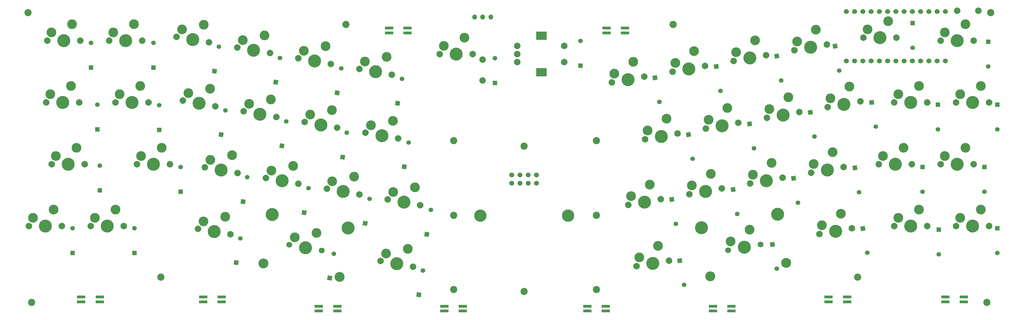
<source format=gbr>
G04 #@! TF.GenerationSoftware,KiCad,Pcbnew,(6.0.0-0)*
G04 #@! TF.CreationDate,2021-12-31T14:24:18+09:00*
G04 #@! TF.ProjectId,aliceball,616c6963-6562-4616-9c6c-2e6b69636164,rev?*
G04 #@! TF.SameCoordinates,Original*
G04 #@! TF.FileFunction,Soldermask,Top*
G04 #@! TF.FilePolarity,Negative*
%FSLAX46Y46*%
G04 Gerber Fmt 4.6, Leading zero omitted, Abs format (unit mm)*
G04 Created by KiCad (PCBNEW (6.0.0-0)) date 2021-12-31 14:24:18*
%MOMM*%
%LPD*%
G01*
G04 APERTURE LIST*
G04 Aperture macros list*
%AMRotRect*
0 Rectangle, with rotation*
0 The origin of the aperture is its center*
0 $1 length*
0 $2 width*
0 $3 Rotation angle, in degrees counterclockwise*
0 Add horizontal line*
21,1,$1,$2,0,0,$3*%
G04 Aperture macros list end*
%ADD10R,2.500000X0.820000*%
%ADD11C,3.000000*%
%ADD12C,2.000000*%
%ADD13C,4.000000*%
%ADD14C,1.800000*%
%ADD15C,3.050000*%
%ADD16R,3.200000X2.500000*%
%ADD17O,1.500000X1.500000*%
%ADD18C,2.200000*%
%ADD19R,1.397000X1.397000*%
%ADD20C,1.397000*%
%ADD21RotRect,1.397000X1.397000X280.000000*%
%ADD22RotRect,1.397000X1.397000X80.000000*%
%ADD23C,3.810000*%
%ADD24C,1.500000*%
%ADD25C,1.524000*%
G04 APERTURE END LIST*
D10*
X157155000Y-113335500D03*
X151455000Y-113335500D03*
X151455000Y-111835500D03*
X157155000Y-111835500D03*
X239832000Y-113335500D03*
X234132000Y-113335500D03*
X234132000Y-111835500D03*
X239832000Y-111835500D03*
X207066000Y-27610500D03*
X201366000Y-27610500D03*
X201366000Y-26110500D03*
X207066000Y-26110500D03*
X82860000Y-110478000D03*
X77160000Y-110478000D03*
X77160000Y-108978000D03*
X82860000Y-108978000D03*
X45331500Y-110478000D03*
X39631500Y-110478000D03*
X39631500Y-108978000D03*
X45331500Y-108978000D03*
X201160500Y-113335500D03*
X195460500Y-113335500D03*
X195460500Y-111835500D03*
X201160500Y-111835500D03*
X311384000Y-110478000D03*
X305684000Y-110478000D03*
X305684000Y-108978000D03*
X311384000Y-108978000D03*
X118483500Y-113335500D03*
X112783500Y-113335500D03*
X112783500Y-111835500D03*
X118483500Y-111835500D03*
X140124500Y-27610500D03*
X134424500Y-27610500D03*
X134424500Y-26110500D03*
X140124500Y-26110500D03*
X275455500Y-110478000D03*
X269755500Y-110478000D03*
X269755500Y-108978000D03*
X275455500Y-108978000D03*
D11*
X57785000Y-43941817D03*
D12*
X50165000Y-49021817D03*
D13*
X55245000Y-49021817D03*
D11*
X51435000Y-46481817D03*
D12*
X60325000Y-49021817D03*
D13*
X53340000Y-29971817D03*
D12*
X48260000Y-29971817D03*
X58420000Y-29971817D03*
D11*
X55880000Y-24891817D03*
X49530000Y-27431817D03*
D13*
X35623500Y-68071817D03*
D12*
X40703500Y-68071817D03*
D11*
X38163500Y-62991817D03*
D12*
X30543500Y-68071817D03*
D11*
X31813500Y-65531817D03*
D13*
X34290000Y-29971817D03*
D11*
X36830000Y-24891817D03*
X30480000Y-27431817D03*
D12*
X29210000Y-29971817D03*
X39370000Y-29971817D03*
X28829000Y-49021817D03*
D11*
X30099000Y-46481817D03*
D12*
X38989000Y-49021817D03*
D13*
X33909000Y-49021817D03*
D11*
X36449000Y-43941817D03*
D14*
X113701975Y-94683424D03*
D11*
X105388101Y-90638280D03*
D14*
X103696329Y-92919158D03*
D15*
X95764402Y-98628532D03*
D11*
X112082696Y-89239534D03*
D13*
X98410801Y-83620062D03*
X108699152Y-93801291D03*
X121849225Y-87752888D03*
D15*
X119202827Y-102761359D03*
D13*
X47625000Y-87121817D03*
D12*
X52705000Y-87121817D03*
D11*
X43815000Y-84581817D03*
X50165000Y-82041817D03*
D12*
X42545000Y-87121817D03*
X66992500Y-68071817D03*
D13*
X61912500Y-68071817D03*
D11*
X58102500Y-65531817D03*
X64452500Y-62991817D03*
D12*
X56832500Y-68071817D03*
X78975769Y-30528625D03*
D11*
X70661895Y-26483481D03*
D13*
X73972946Y-29646492D03*
D12*
X68970123Y-28764359D03*
D11*
X77356490Y-25084735D03*
D13*
X28575000Y-87121817D03*
D11*
X24765000Y-84581817D03*
X31115000Y-82041817D03*
D12*
X23495000Y-87121817D03*
X33655000Y-87121817D03*
D11*
X89422482Y-29791479D03*
D13*
X92733533Y-32954490D03*
D11*
X96117077Y-28392733D03*
D12*
X87730710Y-32072357D03*
X97736356Y-33836623D03*
X141842855Y-99645420D03*
X131837209Y-97881154D03*
D11*
X140223576Y-94201530D03*
D13*
X136840032Y-98763287D03*
D11*
X133528981Y-95600276D03*
X108183070Y-33099477D03*
D12*
X106491298Y-35380355D03*
X116496944Y-37144621D03*
D11*
X114877665Y-31700731D03*
D13*
X111494121Y-36262488D03*
D11*
X133638253Y-35008730D03*
D12*
X125251886Y-38688354D03*
X135257532Y-40452620D03*
D13*
X130254709Y-39570487D03*
D11*
X126943658Y-36407476D03*
D12*
X173856000Y-31599500D03*
X173856000Y-36599500D03*
X173856000Y-34099500D03*
D16*
X181356000Y-28499500D03*
X181356000Y-39699500D03*
D12*
X188356000Y-36599500D03*
X188356000Y-31599500D03*
D11*
X310324500Y-84581817D03*
D12*
X309054500Y-87121817D03*
X319214500Y-87121817D03*
D11*
X316674500Y-82041817D03*
D13*
X314134500Y-87121817D03*
X314134500Y-49021817D03*
D12*
X309054500Y-49021817D03*
D11*
X316674500Y-43941817D03*
X310324500Y-46481817D03*
D12*
X319214500Y-49021817D03*
D11*
X311912000Y-62991817D03*
X305562000Y-65531817D03*
D12*
X304292000Y-68071817D03*
X314452000Y-68071817D03*
D13*
X309372000Y-68071817D03*
D12*
X314452000Y-29971817D03*
D11*
X305562000Y-27431817D03*
X311912000Y-24891817D03*
D13*
X309372000Y-29971817D03*
D12*
X304292000Y-29971817D03*
D17*
X163258500Y-22719500D03*
X165758500Y-22719500D03*
X160758500Y-22719500D03*
D18*
X318516000Y-110680500D03*
D19*
X45360000Y-76110000D03*
D20*
X45360000Y-68490000D03*
D19*
X317754000Y-68961000D03*
D20*
X317754000Y-76581000D03*
D21*
X258989900Y-72447882D03*
D20*
X260313100Y-79952118D03*
D19*
X303657000Y-88201500D03*
D20*
X303657000Y-95821500D03*
D18*
X198310500Y-106680000D03*
D22*
X101446400Y-62426118D03*
D20*
X102769600Y-54921882D03*
D12*
X290004500Y-49021817D03*
D11*
X297624500Y-43941817D03*
D13*
X295084500Y-49021817D03*
D11*
X291274500Y-46481817D03*
D12*
X300164500Y-49021817D03*
D18*
X23241000Y-21336000D03*
X319659000Y-21336000D03*
D12*
X210649221Y-99541538D03*
D13*
X215652044Y-98659405D03*
D12*
X220654867Y-97777272D03*
D11*
X217271323Y-93215515D03*
X211458860Y-96819593D03*
D19*
X167068500Y-43053000D03*
D20*
X167068500Y-35433000D03*
D18*
X64198500Y-102870000D03*
D19*
X193357500Y-37719000D03*
D20*
X193357500Y-30099000D03*
D11*
X265183049Y-68002692D03*
D13*
X269376233Y-69842504D03*
D11*
X270995512Y-64398614D03*
D12*
X264373410Y-70724637D03*
X274379056Y-68960371D03*
D21*
X245464400Y-55683882D03*
D20*
X246787600Y-63188118D03*
D13*
X264261084Y-32056689D03*
D12*
X259258261Y-32938822D03*
D11*
X265880363Y-26612799D03*
D12*
X269263907Y-31174556D03*
D11*
X260067900Y-30216877D03*
D21*
X277849400Y-69209382D03*
D20*
X279172600Y-76713618D03*
D22*
X82704626Y-58963584D03*
D20*
X84027826Y-51459348D03*
D21*
X282992900Y-49016382D03*
D20*
X284316100Y-56520618D03*
D22*
X80681900Y-39375618D03*
D20*
X82005100Y-31871382D03*
D22*
X137069900Y-49281618D03*
D20*
X138393100Y-41777382D03*
D19*
X70294500Y-76581000D03*
D20*
X70294500Y-68961000D03*
D18*
X221932500Y-24955500D03*
D19*
X61912500Y-38290500D03*
D20*
X61912500Y-30670500D03*
D23*
X162522000Y-83888000D03*
X189522000Y-83888000D03*
D24*
X172212000Y-73918500D03*
X172212000Y-71378500D03*
X174752000Y-73918500D03*
X174752000Y-71378500D03*
X177292000Y-73918500D03*
X177292000Y-71378500D03*
X179832000Y-73918500D03*
X179832000Y-71378500D03*
D11*
X79301456Y-44771563D03*
X72606861Y-46170309D03*
D12*
X70915089Y-48451187D03*
D13*
X75917912Y-49333320D03*
D12*
X80920735Y-50215453D03*
X280479500Y-29019317D03*
D11*
X281749500Y-26479317D03*
D13*
X285559500Y-29019317D03*
D12*
X290639500Y-29019317D03*
D11*
X288099500Y-23939317D03*
D22*
X146023400Y-89667618D03*
D20*
X147346600Y-82163382D03*
D13*
X120261807Y-76496223D03*
D11*
X123645351Y-71934466D03*
D12*
X115258984Y-75614090D03*
X125264630Y-77378356D03*
D11*
X116950756Y-73333212D03*
D19*
X44577000Y-57340500D03*
D20*
X44577000Y-49720500D03*
D12*
X309360500Y-20764500D03*
X315860500Y-20764500D03*
D18*
X198310500Y-60769500D03*
D11*
X252234924Y-67706612D03*
D12*
X255618468Y-72268369D03*
D13*
X250615645Y-73150502D03*
D12*
X245612822Y-74032635D03*
D11*
X246422461Y-71310690D03*
X77247219Y-85676283D03*
D13*
X80558270Y-88839294D03*
D11*
X83941814Y-84277537D03*
D12*
X75555447Y-87957161D03*
X85561093Y-89721427D03*
D22*
X87349400Y-98430618D03*
D20*
X88672600Y-90926382D03*
D11*
X228359188Y-33228794D03*
X222546725Y-36832872D03*
D12*
X221737086Y-39554817D03*
X231742732Y-37790551D03*
D13*
X226739909Y-38672684D03*
D21*
X223937900Y-97784382D03*
D20*
X225261100Y-105288618D03*
D19*
X298704000Y-68961000D03*
D20*
X298704000Y-76581000D03*
D22*
X139092626Y-68869584D03*
D20*
X140415826Y-61365348D03*
D18*
X24384000Y-110680500D03*
D19*
X42672000Y-38290500D03*
D20*
X42672000Y-30670500D03*
D21*
X271753400Y-31680882D03*
D20*
X273076600Y-39185118D03*
D11*
X238608603Y-50765423D03*
D12*
X241992147Y-55327180D03*
D13*
X236989324Y-56209313D03*
D12*
X231986501Y-57091446D03*
D11*
X232796140Y-54369501D03*
D21*
X252463741Y-92783223D03*
D20*
X253786941Y-100287459D03*
D21*
X253846400Y-34728882D03*
D20*
X255169600Y-42233118D03*
D11*
X270317316Y-47753505D03*
D12*
X279513323Y-48711184D03*
D11*
X276129779Y-44149427D03*
D13*
X274510500Y-49593317D03*
D12*
X269507677Y-50475450D03*
X260752735Y-52019182D03*
D11*
X257369191Y-47457425D03*
X251556728Y-51061503D03*
D13*
X255749912Y-52901315D03*
D12*
X250747089Y-53783448D03*
D19*
X303466500Y-49720500D03*
D20*
X303466500Y-57340500D03*
D12*
X276936630Y-87853279D03*
D11*
X267740623Y-86895600D03*
X273553086Y-83291522D03*
D12*
X266930984Y-89617545D03*
D13*
X271933807Y-88735412D03*
D11*
X214713749Y-74322607D03*
D12*
X218097293Y-78884364D03*
D11*
X208901286Y-77926685D03*
D13*
X213094470Y-79766497D03*
D12*
X208091647Y-80648630D03*
D13*
X132199675Y-59257313D03*
D11*
X128888624Y-56094302D03*
X135583219Y-54695556D03*
D12*
X127196852Y-58375180D03*
X137202498Y-60139446D03*
D13*
X113439087Y-55949315D03*
D11*
X116822631Y-51387558D03*
D12*
X118441910Y-56831448D03*
X108436264Y-55067182D03*
D11*
X110128036Y-52786304D03*
D22*
X143546900Y-108336618D03*
D20*
X144870100Y-100832382D03*
D19*
X36957000Y-95440500D03*
D20*
X36957000Y-87820500D03*
D19*
X63627000Y-57531000D03*
D20*
X63627000Y-49911000D03*
D19*
X318897000Y-30289500D03*
D20*
X318897000Y-37909500D03*
D11*
X286512000Y-65531817D03*
D13*
X290322000Y-68071817D03*
D11*
X292862000Y-62991817D03*
D12*
X285242000Y-68071817D03*
X295402000Y-68071817D03*
D21*
X216317900Y-41396382D03*
D20*
X217641100Y-48900618D03*
D12*
X96498396Y-72306092D03*
X106504042Y-74070358D03*
D11*
X104884763Y-68626468D03*
D13*
X101501219Y-73188225D03*
D11*
X98190168Y-70025214D03*
D19*
X56007000Y-95440500D03*
D20*
X56007000Y-87820500D03*
D22*
X120115400Y-65855118D03*
D20*
X121438600Y-58350882D03*
D11*
X142405939Y-75242462D03*
D13*
X139022395Y-79804219D03*
D12*
X144025218Y-80686352D03*
D11*
X135711344Y-76641208D03*
D12*
X134019572Y-78922086D03*
D18*
X278701500Y-102870000D03*
D19*
X321754500Y-49720500D03*
D20*
X321754500Y-57340500D03*
D22*
X89444900Y-79571118D03*
D20*
X90768100Y-72066882D03*
D12*
X163258500Y-42302500D03*
X163258500Y-35802500D03*
D22*
X108304400Y-83000118D03*
D20*
X109627600Y-75495882D03*
D18*
X176022000Y-62484000D03*
X198310500Y-83820000D03*
D19*
X321754500Y-87820500D03*
D20*
X321754500Y-95440500D03*
D22*
X99541400Y-42804618D03*
D20*
X100864600Y-35300382D03*
D13*
X207979321Y-41980682D03*
D12*
X212982144Y-41098549D03*
D11*
X209598600Y-36536792D03*
D12*
X202976498Y-42862815D03*
D11*
X203786137Y-40140870D03*
D25*
X277749000Y-36231400D03*
X280289000Y-36231400D03*
X282829000Y-36231400D03*
X285369000Y-36231400D03*
X287909000Y-36231400D03*
X290449000Y-36231400D03*
X292989000Y-36231400D03*
X295529000Y-36231400D03*
X298069000Y-36231400D03*
X300609000Y-36231400D03*
X303149000Y-36231400D03*
X305689000Y-36231400D03*
X305689000Y-21011400D03*
X303149000Y-21011400D03*
X300609000Y-21011400D03*
X298069000Y-21011400D03*
X295529000Y-21011400D03*
X292989000Y-21011400D03*
X290449000Y-21011400D03*
X287909000Y-21011400D03*
X285369000Y-21011400D03*
X282829000Y-21011400D03*
X280289000Y-21011400D03*
X277749000Y-21011400D03*
X275209000Y-21011400D03*
X275209000Y-36231400D03*
D12*
X99681323Y-53523450D03*
D13*
X94678500Y-52641317D03*
D12*
X89675677Y-51759184D03*
D11*
X91367449Y-49478306D03*
X98062044Y-48079560D03*
D12*
X250503320Y-34482554D03*
D11*
X247119776Y-29920797D03*
D12*
X240497674Y-36246820D03*
D11*
X241307313Y-33524875D03*
D13*
X245500497Y-35364687D03*
X254081277Y-83516179D03*
D15*
X233289251Y-102657476D03*
D11*
X239599742Y-91857596D03*
D14*
X238790103Y-94579541D03*
X248795749Y-92815275D03*
D13*
X243792926Y-93697408D03*
D11*
X245412205Y-88253518D03*
D15*
X256727676Y-98524649D03*
D13*
X230642853Y-87649005D03*
D22*
X116113741Y-103166778D03*
D20*
X117436941Y-95662542D03*
D21*
X240320900Y-75876882D03*
D20*
X241644100Y-83381118D03*
D21*
X264133400Y-52064382D03*
D20*
X265456600Y-59568618D03*
D21*
X280325900Y-87878382D03*
D20*
X281649100Y-95382618D03*
D21*
X226604900Y-58922382D03*
D20*
X227928100Y-66426618D03*
D11*
X291274500Y-84581817D03*
X297624500Y-82041817D03*
D12*
X300164500Y-87121817D03*
D13*
X295084500Y-87121817D03*
D12*
X290004500Y-87121817D03*
D22*
X127063500Y-86296500D03*
D20*
X128386700Y-78792264D03*
D18*
X154305000Y-106680000D03*
D12*
X236857881Y-75576367D03*
D13*
X231855058Y-76458500D03*
D11*
X227661874Y-74618688D03*
D12*
X226852235Y-77340633D03*
D11*
X233474337Y-71014610D03*
D18*
X154305000Y-83820000D03*
D19*
X295656000Y-24574500D03*
D20*
X295656000Y-32194500D03*
D18*
X176022000Y-107251500D03*
D12*
X87743455Y-70762359D03*
X77737809Y-68998093D03*
D11*
X86124176Y-65318469D03*
X79429581Y-66717215D03*
D13*
X82740632Y-69880226D03*
D11*
X157607000Y-29019500D03*
D12*
X160147000Y-34099500D03*
X149987000Y-34099500D03*
D13*
X155067000Y-34099500D03*
D11*
X151257000Y-31559500D03*
D18*
X121158000Y-24955500D03*
D11*
X219848016Y-54073421D03*
X214035553Y-57677499D03*
D12*
X213225914Y-60399444D03*
X223231560Y-58635178D03*
D13*
X218228737Y-59517311D03*
D22*
X118400900Y-46043118D03*
D20*
X119724100Y-38538882D03*
D21*
X235177400Y-37967382D03*
D20*
X236500600Y-45471618D03*
D18*
X154305000Y-60769500D03*
D21*
X221461400Y-78924882D03*
D20*
X222784600Y-86429118D03*
M02*

</source>
